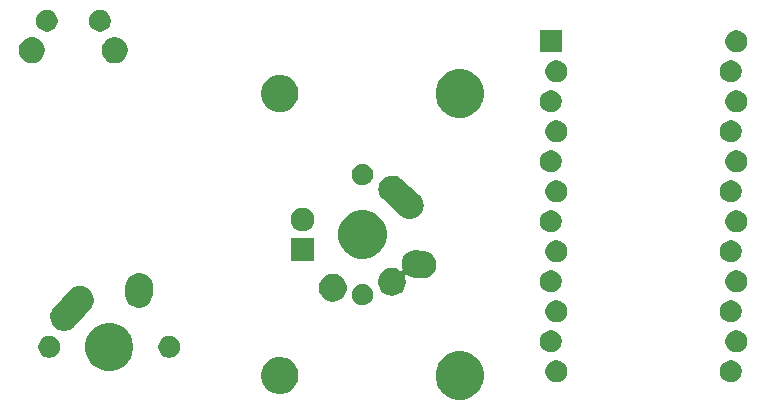
<source format=gbr>
G04 #@! TF.GenerationSoftware,KiCad,Pcbnew,(5.1.4)-1*
G04 #@! TF.CreationDate,2019-12-08T17:57:44-07:00*
G04 #@! TF.ProjectId,BAEmacropad,4241456d-6163-4726-9f70-61642e6b6963,rev?*
G04 #@! TF.SameCoordinates,Original*
G04 #@! TF.FileFunction,Soldermask,Bot*
G04 #@! TF.FilePolarity,Negative*
%FSLAX46Y46*%
G04 Gerber Fmt 4.6, Leading zero omitted, Abs format (unit mm)*
G04 Created by KiCad (PCBNEW (5.1.4)-1) date 2019-12-08 17:57:44*
%MOMM*%
%LPD*%
G04 APERTURE LIST*
%ADD10C,0.100000*%
G04 APERTURE END LIST*
D10*
G36*
X85051474Y-100459184D02*
G01*
X85269474Y-100549483D01*
X85423623Y-100613333D01*
X85758548Y-100837123D01*
X86043377Y-101121952D01*
X86267167Y-101456877D01*
X86326813Y-101600877D01*
X86421316Y-101829026D01*
X86499900Y-102224094D01*
X86499900Y-102626906D01*
X86421316Y-103021974D01*
X86359363Y-103171541D01*
X86267167Y-103394123D01*
X86043377Y-103729048D01*
X85758548Y-104013877D01*
X85423623Y-104237667D01*
X85269474Y-104301517D01*
X85051474Y-104391816D01*
X84656406Y-104470400D01*
X84253594Y-104470400D01*
X83858526Y-104391816D01*
X83640526Y-104301517D01*
X83486377Y-104237667D01*
X83151452Y-104013877D01*
X82866623Y-103729048D01*
X82642833Y-103394123D01*
X82550637Y-103171541D01*
X82488684Y-103021974D01*
X82410100Y-102626906D01*
X82410100Y-102224094D01*
X82488684Y-101829026D01*
X82583187Y-101600877D01*
X82642833Y-101456877D01*
X82866623Y-101121952D01*
X83151452Y-100837123D01*
X83486377Y-100613333D01*
X83640526Y-100549483D01*
X83858526Y-100459184D01*
X84253594Y-100380600D01*
X84656406Y-100380600D01*
X85051474Y-100459184D01*
X85051474Y-100459184D01*
G37*
G36*
X69674411Y-100911026D02*
G01*
X69793137Y-100960204D01*
X69961041Y-101029752D01*
X69961042Y-101029753D01*
X70219004Y-101202117D01*
X70438383Y-101421496D01*
X70462024Y-101456878D01*
X70610748Y-101679459D01*
X70663066Y-101805767D01*
X70729474Y-101966089D01*
X70733219Y-101984918D01*
X70790000Y-102270375D01*
X70790000Y-102580625D01*
X70759737Y-102732767D01*
X70729474Y-102884911D01*
X70695092Y-102967915D01*
X70610748Y-103171541D01*
X70610747Y-103171542D01*
X70438383Y-103429504D01*
X70219004Y-103648883D01*
X70099028Y-103729048D01*
X69961041Y-103821248D01*
X69793137Y-103890796D01*
X69674411Y-103939974D01*
X69370125Y-104000500D01*
X69059875Y-104000500D01*
X68755589Y-103939974D01*
X68636863Y-103890796D01*
X68468959Y-103821248D01*
X68330972Y-103729048D01*
X68210996Y-103648883D01*
X67991617Y-103429504D01*
X67819253Y-103171542D01*
X67819252Y-103171541D01*
X67734908Y-102967915D01*
X67700526Y-102884911D01*
X67640000Y-102580625D01*
X67640000Y-102270375D01*
X67696781Y-101984918D01*
X67700526Y-101966089D01*
X67766934Y-101805767D01*
X67819252Y-101679459D01*
X67967976Y-101456878D01*
X67991617Y-101421496D01*
X68210996Y-101202117D01*
X68468958Y-101029753D01*
X68468959Y-101029752D01*
X68636863Y-100960204D01*
X68755589Y-100911026D01*
X68907733Y-100880763D01*
X69059875Y-100850500D01*
X69370125Y-100850500D01*
X69674411Y-100911026D01*
X69674411Y-100911026D01*
G37*
G36*
X92891583Y-101184585D02*
G01*
X93060340Y-101254486D01*
X93212218Y-101355968D01*
X93341382Y-101485132D01*
X93442864Y-101637010D01*
X93512765Y-101805767D01*
X93548400Y-101984918D01*
X93548400Y-102167582D01*
X93512765Y-102346733D01*
X93442864Y-102515490D01*
X93341382Y-102667368D01*
X93212218Y-102796532D01*
X93060340Y-102898014D01*
X92891583Y-102967915D01*
X92712432Y-103003550D01*
X92529768Y-103003550D01*
X92350617Y-102967915D01*
X92181860Y-102898014D01*
X92029982Y-102796532D01*
X91900818Y-102667368D01*
X91799336Y-102515490D01*
X91729435Y-102346733D01*
X91693800Y-102167582D01*
X91693800Y-101984918D01*
X91729435Y-101805767D01*
X91799336Y-101637010D01*
X91900818Y-101485132D01*
X92029982Y-101355968D01*
X92181860Y-101254486D01*
X92350617Y-101184585D01*
X92529768Y-101148950D01*
X92712432Y-101148950D01*
X92891583Y-101184585D01*
X92891583Y-101184585D01*
G37*
G36*
X107674383Y-101184585D02*
G01*
X107843140Y-101254486D01*
X107995018Y-101355968D01*
X108124182Y-101485132D01*
X108225664Y-101637010D01*
X108295565Y-101805767D01*
X108331200Y-101984918D01*
X108331200Y-102167582D01*
X108295565Y-102346733D01*
X108225664Y-102515490D01*
X108124182Y-102667368D01*
X107995018Y-102796532D01*
X107843140Y-102898014D01*
X107674383Y-102967915D01*
X107495232Y-103003550D01*
X107312568Y-103003550D01*
X107133417Y-102967915D01*
X106964660Y-102898014D01*
X106812782Y-102796532D01*
X106683618Y-102667368D01*
X106582136Y-102515490D01*
X106512235Y-102346733D01*
X106476600Y-102167582D01*
X106476600Y-101984918D01*
X106512235Y-101805767D01*
X106582136Y-101637010D01*
X106683618Y-101485132D01*
X106812782Y-101355968D01*
X106964660Y-101254486D01*
X107133417Y-101184585D01*
X107312568Y-101148950D01*
X107495232Y-101148950D01*
X107674383Y-101184585D01*
X107674383Y-101184585D01*
G37*
G36*
X55365224Y-98046184D02*
G01*
X55583224Y-98136483D01*
X55737373Y-98200333D01*
X56072298Y-98424123D01*
X56357127Y-98708952D01*
X56580917Y-99043877D01*
X56613312Y-99122086D01*
X56735066Y-99416026D01*
X56813650Y-99811094D01*
X56813650Y-100213906D01*
X56735066Y-100608974D01*
X56684201Y-100731772D01*
X56580917Y-100981123D01*
X56357127Y-101316048D01*
X56072298Y-101600877D01*
X55737373Y-101824667D01*
X55583224Y-101888517D01*
X55365224Y-101978816D01*
X54970156Y-102057400D01*
X54567344Y-102057400D01*
X54172276Y-101978816D01*
X53954276Y-101888517D01*
X53800127Y-101824667D01*
X53465202Y-101600877D01*
X53180373Y-101316048D01*
X52956583Y-100981123D01*
X52853299Y-100731772D01*
X52802434Y-100608974D01*
X52723850Y-100213906D01*
X52723850Y-99811094D01*
X52802434Y-99416026D01*
X52924188Y-99122086D01*
X52956583Y-99043877D01*
X53180373Y-98708952D01*
X53465202Y-98424123D01*
X53800127Y-98200333D01*
X53954276Y-98136483D01*
X54172276Y-98046184D01*
X54567344Y-97967600D01*
X54970156Y-97967600D01*
X55365224Y-98046184D01*
X55365224Y-98046184D01*
G37*
G36*
X60118854Y-99122085D02*
G01*
X60287376Y-99191889D01*
X60439041Y-99293228D01*
X60568022Y-99422209D01*
X60669361Y-99573874D01*
X60739165Y-99742396D01*
X60774750Y-99921297D01*
X60774750Y-100103703D01*
X60739165Y-100282604D01*
X60669361Y-100451126D01*
X60568022Y-100602791D01*
X60439041Y-100731772D01*
X60287376Y-100833111D01*
X60118854Y-100902915D01*
X59939953Y-100938500D01*
X59757547Y-100938500D01*
X59578646Y-100902915D01*
X59410124Y-100833111D01*
X59258459Y-100731772D01*
X59129478Y-100602791D01*
X59028139Y-100451126D01*
X58958335Y-100282604D01*
X58922750Y-100103703D01*
X58922750Y-99921297D01*
X58958335Y-99742396D01*
X59028139Y-99573874D01*
X59129478Y-99422209D01*
X59258459Y-99293228D01*
X59410124Y-99191889D01*
X59578646Y-99122085D01*
X59757547Y-99086500D01*
X59939953Y-99086500D01*
X60118854Y-99122085D01*
X60118854Y-99122085D01*
G37*
G36*
X49958854Y-99122085D02*
G01*
X50127376Y-99191889D01*
X50279041Y-99293228D01*
X50408022Y-99422209D01*
X50509361Y-99573874D01*
X50579165Y-99742396D01*
X50614750Y-99921297D01*
X50614750Y-100103703D01*
X50579165Y-100282604D01*
X50509361Y-100451126D01*
X50408022Y-100602791D01*
X50279041Y-100731772D01*
X50127376Y-100833111D01*
X49958854Y-100902915D01*
X49779953Y-100938500D01*
X49597547Y-100938500D01*
X49418646Y-100902915D01*
X49250124Y-100833111D01*
X49098459Y-100731772D01*
X48969478Y-100602791D01*
X48868139Y-100451126D01*
X48798335Y-100282604D01*
X48762750Y-100103703D01*
X48762750Y-99921297D01*
X48798335Y-99742396D01*
X48868139Y-99573874D01*
X48969478Y-99422209D01*
X49098459Y-99293228D01*
X49250124Y-99191889D01*
X49418646Y-99122085D01*
X49597547Y-99086500D01*
X49779953Y-99086500D01*
X49958854Y-99122085D01*
X49958854Y-99122085D01*
G37*
G36*
X108131583Y-98644585D02*
G01*
X108300340Y-98714486D01*
X108452218Y-98815968D01*
X108581382Y-98945132D01*
X108682864Y-99097010D01*
X108752765Y-99265767D01*
X108788400Y-99444918D01*
X108788400Y-99627582D01*
X108752765Y-99806733D01*
X108682864Y-99975490D01*
X108581382Y-100127368D01*
X108452218Y-100256532D01*
X108300340Y-100358014D01*
X108131583Y-100427915D01*
X107952432Y-100463550D01*
X107769768Y-100463550D01*
X107590617Y-100427915D01*
X107421860Y-100358014D01*
X107269982Y-100256532D01*
X107140818Y-100127368D01*
X107039336Y-99975490D01*
X106969435Y-99806733D01*
X106933800Y-99627582D01*
X106933800Y-99444918D01*
X106969435Y-99265767D01*
X107039336Y-99097010D01*
X107140818Y-98945132D01*
X107269982Y-98815968D01*
X107421860Y-98714486D01*
X107590617Y-98644585D01*
X107769768Y-98608950D01*
X107952432Y-98608950D01*
X108131583Y-98644585D01*
X108131583Y-98644585D01*
G37*
G36*
X92434383Y-98644585D02*
G01*
X92603140Y-98714486D01*
X92755018Y-98815968D01*
X92884182Y-98945132D01*
X92985664Y-99097010D01*
X93055565Y-99265767D01*
X93091200Y-99444918D01*
X93091200Y-99627582D01*
X93055565Y-99806733D01*
X92985664Y-99975490D01*
X92884182Y-100127368D01*
X92755018Y-100256532D01*
X92603140Y-100358014D01*
X92434383Y-100427915D01*
X92255232Y-100463550D01*
X92072568Y-100463550D01*
X91893417Y-100427915D01*
X91724660Y-100358014D01*
X91572782Y-100256532D01*
X91443618Y-100127368D01*
X91342136Y-99975490D01*
X91272235Y-99806733D01*
X91236600Y-99627582D01*
X91236600Y-99444918D01*
X91272235Y-99265767D01*
X91342136Y-99097010D01*
X91443618Y-98945132D01*
X91572782Y-98815968D01*
X91724660Y-98714486D01*
X91893417Y-98644585D01*
X92072568Y-98608950D01*
X92255232Y-98608950D01*
X92434383Y-98644585D01*
X92434383Y-98644585D01*
G37*
G36*
X52291955Y-94836381D02*
G01*
X52297395Y-94836500D01*
X52384578Y-94836500D01*
X52400847Y-94839736D01*
X52419706Y-94842015D01*
X52436282Y-94842746D01*
X52520973Y-94863510D01*
X52526268Y-94864684D01*
X52611777Y-94881693D01*
X52627112Y-94888045D01*
X52645151Y-94893955D01*
X52661271Y-94897907D01*
X52740254Y-94934780D01*
X52745244Y-94936977D01*
X52825795Y-94970342D01*
X52839591Y-94979560D01*
X52856143Y-94988882D01*
X52871176Y-94995900D01*
X52941444Y-95047471D01*
X52945942Y-95050622D01*
X53018406Y-95099041D01*
X53030133Y-95110768D01*
X53044559Y-95123148D01*
X53057929Y-95132961D01*
X53057930Y-95132962D01*
X53116771Y-95197233D01*
X53120579Y-95201214D01*
X53182209Y-95262844D01*
X53191424Y-95276635D01*
X53203146Y-95291578D01*
X53214355Y-95303821D01*
X53259549Y-95378374D01*
X53262496Y-95383001D01*
X53274495Y-95400959D01*
X53310908Y-95455455D01*
X53317255Y-95470777D01*
X53325842Y-95487731D01*
X53334441Y-95501917D01*
X53364228Y-95583868D01*
X53366202Y-95588948D01*
X53399557Y-95669473D01*
X53399557Y-95669474D01*
X53402791Y-95685733D01*
X53407908Y-95704042D01*
X53413575Y-95719634D01*
X53426805Y-95805845D01*
X53427751Y-95811213D01*
X53444750Y-95896673D01*
X53444750Y-95913252D01*
X53446194Y-95932192D01*
X53448713Y-95948604D01*
X53444870Y-96035749D01*
X53444750Y-96041189D01*
X53444750Y-96128326D01*
X53441946Y-96142425D01*
X53441516Y-96144583D01*
X53439238Y-96163441D01*
X53438506Y-96180031D01*
X53417738Y-96264737D01*
X53416562Y-96270037D01*
X53399557Y-96355527D01*
X53393207Y-96370857D01*
X53387299Y-96388893D01*
X53383345Y-96405020D01*
X53346461Y-96484026D01*
X53344261Y-96489023D01*
X53310908Y-96569545D01*
X53301694Y-96583335D01*
X53292372Y-96599887D01*
X53285352Y-96614924D01*
X53233761Y-96685220D01*
X53230616Y-96689710D01*
X53182211Y-96762154D01*
X53125210Y-96819155D01*
X53120561Y-96824063D01*
X52723370Y-97266733D01*
X51795473Y-98300876D01*
X51667429Y-98418102D01*
X51568380Y-98478146D01*
X51469333Y-98538189D01*
X51251616Y-98617323D01*
X51022645Y-98652461D01*
X50791220Y-98642254D01*
X50566231Y-98587093D01*
X50461477Y-98538189D01*
X50356329Y-98489102D01*
X50259588Y-98418102D01*
X50169573Y-98352039D01*
X50095144Y-98270741D01*
X50013148Y-98181179D01*
X49931314Y-98046185D01*
X49893061Y-97983083D01*
X49813927Y-97765366D01*
X49778789Y-97536395D01*
X49788996Y-97304970D01*
X49844157Y-97079981D01*
X49895722Y-96969528D01*
X49942148Y-96870080D01*
X49942150Y-96870077D01*
X50044864Y-96730122D01*
X50777810Y-95913252D01*
X51331537Y-95296121D01*
X51342431Y-95282089D01*
X51355289Y-95262846D01*
X51412323Y-95205812D01*
X51416973Y-95200903D01*
X51432028Y-95184124D01*
X51453451Y-95164511D01*
X51457432Y-95160703D01*
X51519096Y-95099039D01*
X51532893Y-95089820D01*
X51547852Y-95078085D01*
X51560071Y-95066898D01*
X51592288Y-95047368D01*
X51634580Y-95021731D01*
X51639171Y-95018808D01*
X51711705Y-94970342D01*
X51727050Y-94963986D01*
X51743998Y-94955401D01*
X51758166Y-94946812D01*
X51758167Y-94946812D01*
X51758168Y-94946811D01*
X51840062Y-94917045D01*
X51845160Y-94915063D01*
X51925723Y-94881693D01*
X51942002Y-94878455D01*
X51960292Y-94873344D01*
X51975885Y-94867677D01*
X52062050Y-94854454D01*
X52067413Y-94853509D01*
X52152923Y-94836500D01*
X52169516Y-94836500D01*
X52188459Y-94835055D01*
X52204856Y-94832539D01*
X52291955Y-94836381D01*
X52291955Y-94836381D01*
G37*
G36*
X107674383Y-96104585D02*
G01*
X107843140Y-96174486D01*
X107995018Y-96275968D01*
X108124182Y-96405132D01*
X108225664Y-96557010D01*
X108295565Y-96725767D01*
X108331200Y-96904918D01*
X108331200Y-97087582D01*
X108295565Y-97266733D01*
X108225664Y-97435490D01*
X108124182Y-97587368D01*
X107995018Y-97716532D01*
X107843140Y-97818014D01*
X107674383Y-97887915D01*
X107495232Y-97923550D01*
X107312568Y-97923550D01*
X107133417Y-97887915D01*
X106964660Y-97818014D01*
X106812782Y-97716532D01*
X106683618Y-97587368D01*
X106582136Y-97435490D01*
X106512235Y-97266733D01*
X106476600Y-97087582D01*
X106476600Y-96904918D01*
X106512235Y-96725767D01*
X106582136Y-96557010D01*
X106683618Y-96405132D01*
X106812782Y-96275968D01*
X106964660Y-96174486D01*
X107133417Y-96104585D01*
X107312568Y-96068950D01*
X107495232Y-96068950D01*
X107674383Y-96104585D01*
X107674383Y-96104585D01*
G37*
G36*
X92891583Y-96104585D02*
G01*
X93060340Y-96174486D01*
X93212218Y-96275968D01*
X93341382Y-96405132D01*
X93442864Y-96557010D01*
X93512765Y-96725767D01*
X93548400Y-96904918D01*
X93548400Y-97087582D01*
X93512765Y-97266733D01*
X93442864Y-97435490D01*
X93341382Y-97587368D01*
X93212218Y-97716532D01*
X93060340Y-97818014D01*
X92891583Y-97887915D01*
X92712432Y-97923550D01*
X92529768Y-97923550D01*
X92350617Y-97887915D01*
X92181860Y-97818014D01*
X92029982Y-97716532D01*
X91900818Y-97587368D01*
X91799336Y-97435490D01*
X91729435Y-97266733D01*
X91693800Y-97087582D01*
X91693800Y-96904918D01*
X91729435Y-96725767D01*
X91799336Y-96557010D01*
X91900818Y-96405132D01*
X92029982Y-96275968D01*
X92181860Y-96174486D01*
X92350617Y-96104585D01*
X92529768Y-96068950D01*
X92712432Y-96068950D01*
X92891583Y-96104585D01*
X92891583Y-96104585D01*
G37*
G36*
X57396877Y-93754761D02*
G01*
X57417650Y-93756500D01*
X57424577Y-93756500D01*
X57519504Y-93775382D01*
X57523098Y-93776042D01*
X57618480Y-93792124D01*
X57624953Y-93794585D01*
X57644978Y-93800341D01*
X57651777Y-93801693D01*
X57714164Y-93827534D01*
X57741193Y-93838730D01*
X57744594Y-93840081D01*
X57835005Y-93874461D01*
X57840877Y-93878140D01*
X57859386Y-93887687D01*
X57865795Y-93890342D01*
X57946313Y-93944142D01*
X57949304Y-93946078D01*
X58031307Y-93997459D01*
X58036334Y-94002200D01*
X58052646Y-94015191D01*
X58058402Y-94019037D01*
X58126860Y-94087495D01*
X58129439Y-94089999D01*
X58199840Y-94156389D01*
X58203845Y-94162019D01*
X58217309Y-94177944D01*
X58222209Y-94182844D01*
X58275994Y-94263339D01*
X58278041Y-94266307D01*
X58334130Y-94345145D01*
X58336964Y-94351458D01*
X58347058Y-94369693D01*
X58350908Y-94375455D01*
X58387970Y-94464930D01*
X58389374Y-94468185D01*
X58429015Y-94556473D01*
X58430565Y-94563225D01*
X58436902Y-94583062D01*
X58439557Y-94589473D01*
X58458442Y-94684417D01*
X58459188Y-94687901D01*
X58480848Y-94782251D01*
X58480848Y-94782254D01*
X58481050Y-94789154D01*
X58483397Y-94809870D01*
X58484750Y-94816674D01*
X58484750Y-94913486D01*
X58484803Y-94917084D01*
X58485938Y-94955777D01*
X58485045Y-94968725D01*
X58484750Y-94977297D01*
X58484750Y-95048326D01*
X58478831Y-95078085D01*
X58478354Y-95080479D01*
X58476250Y-95096250D01*
X58437988Y-95651045D01*
X58409126Y-95822230D01*
X58326788Y-96038755D01*
X58203791Y-96235057D01*
X58044861Y-96403590D01*
X57856105Y-96537880D01*
X57644777Y-96632765D01*
X57418999Y-96684598D01*
X57187448Y-96691389D01*
X57187447Y-96691389D01*
X57141762Y-96683686D01*
X56959020Y-96652876D01*
X56742495Y-96570538D01*
X56546193Y-96447541D01*
X56377660Y-96288611D01*
X56243370Y-96099855D01*
X56148485Y-95888527D01*
X56096652Y-95662749D01*
X56091562Y-95489223D01*
X56132454Y-94896294D01*
X56132750Y-94887696D01*
X56132750Y-94816675D01*
X56142383Y-94768247D01*
X56151638Y-94721719D01*
X56152294Y-94718145D01*
X56155310Y-94700259D01*
X56168374Y-94622770D01*
X56170835Y-94616299D01*
X56176592Y-94596267D01*
X56177943Y-94589474D01*
X56180593Y-94583076D01*
X56215014Y-94499976D01*
X56216303Y-94496730D01*
X56250712Y-94406245D01*
X56254386Y-94400381D01*
X56263937Y-94381865D01*
X56266592Y-94375455D01*
X56320407Y-94294915D01*
X56322327Y-94291949D01*
X56373709Y-94209943D01*
X56378461Y-94204904D01*
X56391439Y-94188607D01*
X56395287Y-94182848D01*
X56463743Y-94114392D01*
X56466296Y-94111762D01*
X56469677Y-94108177D01*
X56532639Y-94041410D01*
X56538271Y-94037403D01*
X56554197Y-94023938D01*
X56559096Y-94019039D01*
X56620762Y-93977836D01*
X56639583Y-93965259D01*
X56642556Y-93963210D01*
X56721395Y-93907120D01*
X56727705Y-93904287D01*
X56745944Y-93894191D01*
X56751701Y-93890344D01*
X56751704Y-93890343D01*
X56751705Y-93890342D01*
X56841179Y-93853281D01*
X56844437Y-93851875D01*
X56932723Y-93812235D01*
X56939475Y-93810685D01*
X56959312Y-93804348D01*
X56965723Y-93801693D01*
X57060649Y-93782811D01*
X57064196Y-93782051D01*
X57158501Y-93760401D01*
X57160880Y-93760331D01*
X57165415Y-93760198D01*
X57186131Y-93757851D01*
X57192924Y-93756500D01*
X57289709Y-93756500D01*
X57293334Y-93756447D01*
X57390052Y-93753610D01*
X57396877Y-93754761D01*
X57396877Y-93754761D01*
G37*
G36*
X76375952Y-94682930D02*
G01*
X76463075Y-94700259D01*
X76572498Y-94745584D01*
X76627211Y-94768247D01*
X76754815Y-94853509D01*
X76774928Y-94866948D01*
X76900552Y-94992572D01*
X76900554Y-94992575D01*
X76999253Y-95140289D01*
X77009286Y-95164511D01*
X77067241Y-95304425D01*
X77081946Y-95378355D01*
X77101900Y-95478669D01*
X77101900Y-95656331D01*
X77092409Y-95704043D01*
X77067241Y-95830575D01*
X77021916Y-95939998D01*
X76999253Y-95994711D01*
X76928998Y-96099855D01*
X76900552Y-96142428D01*
X76774928Y-96268052D01*
X76774925Y-96268054D01*
X76627211Y-96366753D01*
X76573709Y-96388914D01*
X76463075Y-96434741D01*
X76375952Y-96452070D01*
X76288831Y-96469400D01*
X76111169Y-96469400D01*
X76024048Y-96452070D01*
X75936925Y-96434741D01*
X75826291Y-96388914D01*
X75772789Y-96366753D01*
X75625075Y-96268054D01*
X75625072Y-96268052D01*
X75499448Y-96142428D01*
X75471002Y-96099855D01*
X75400747Y-95994711D01*
X75378084Y-95939998D01*
X75332759Y-95830575D01*
X75307591Y-95704043D01*
X75298100Y-95656331D01*
X75298100Y-95478669D01*
X75318054Y-95378355D01*
X75332759Y-95304425D01*
X75390714Y-95164511D01*
X75400747Y-95140289D01*
X75499446Y-94992575D01*
X75499448Y-94992572D01*
X75625072Y-94866948D01*
X75645185Y-94853509D01*
X75772789Y-94768247D01*
X75827502Y-94745584D01*
X75936925Y-94700259D01*
X76024048Y-94682929D01*
X76111169Y-94665600D01*
X76288831Y-94665600D01*
X76375952Y-94682930D01*
X76375952Y-94682930D01*
G37*
G36*
X73891560Y-93826564D02*
G01*
X74043027Y-93856693D01*
X74257045Y-93945342D01*
X74283749Y-93963185D01*
X74449654Y-94074039D01*
X74613461Y-94237846D01*
X74685157Y-94345147D01*
X74742158Y-94430455D01*
X74830807Y-94644473D01*
X74845461Y-94718145D01*
X74876000Y-94871673D01*
X74876000Y-95103327D01*
X74864587Y-95160703D01*
X74830807Y-95330527D01*
X74742158Y-95544545D01*
X74742157Y-95544546D01*
X74613461Y-95737154D01*
X74449654Y-95900961D01*
X74378349Y-95948605D01*
X74257045Y-96029658D01*
X74043027Y-96118307D01*
X73921777Y-96142425D01*
X73815827Y-96163500D01*
X73584173Y-96163500D01*
X73478223Y-96142425D01*
X73356973Y-96118307D01*
X73142955Y-96029658D01*
X73021651Y-95948605D01*
X72950346Y-95900961D01*
X72786539Y-95737154D01*
X72657843Y-95544546D01*
X72657842Y-95544545D01*
X72569193Y-95330527D01*
X72535413Y-95160703D01*
X72524000Y-95103327D01*
X72524000Y-94871673D01*
X72554539Y-94718145D01*
X72569193Y-94644473D01*
X72657842Y-94430455D01*
X72714843Y-94345147D01*
X72786539Y-94237846D01*
X72950346Y-94074039D01*
X73116251Y-93963185D01*
X73142955Y-93945342D01*
X73356973Y-93856693D01*
X73508440Y-93826564D01*
X73584173Y-93811500D01*
X73815827Y-93811500D01*
X73891560Y-93826564D01*
X73891560Y-93826564D01*
G37*
G36*
X81316228Y-91851204D02*
G01*
X81324824Y-91851500D01*
X81395827Y-91851500D01*
X81490693Y-91870370D01*
X81494298Y-91871032D01*
X81589727Y-91887121D01*
X81596204Y-91889584D01*
X81616238Y-91895343D01*
X81623027Y-91896693D01*
X81623030Y-91896694D01*
X81623029Y-91896694D01*
X81712395Y-91933710D01*
X81715799Y-91935062D01*
X81806252Y-91969458D01*
X81812137Y-91973145D01*
X81830646Y-91982692D01*
X81837045Y-91985342D01*
X81917500Y-92039100D01*
X81920529Y-92041060D01*
X82002554Y-92092455D01*
X82007594Y-92097208D01*
X82023896Y-92110191D01*
X82029653Y-92114038D01*
X82098077Y-92182462D01*
X82100675Y-92184984D01*
X82171088Y-92251384D01*
X82175105Y-92257030D01*
X82188564Y-92272949D01*
X82193461Y-92277846D01*
X82208041Y-92299667D01*
X82247235Y-92358326D01*
X82249233Y-92361223D01*
X82305378Y-92440139D01*
X82308221Y-92446471D01*
X82318308Y-92464693D01*
X82322158Y-92470455D01*
X82359211Y-92559909D01*
X82360592Y-92563110D01*
X82400264Y-92651467D01*
X82401816Y-92658229D01*
X82408155Y-92678070D01*
X82410807Y-92684473D01*
X82421457Y-92738014D01*
X82429686Y-92779386D01*
X82430454Y-92782970D01*
X82452098Y-92877245D01*
X82452301Y-92884161D01*
X82454648Y-92904876D01*
X82454912Y-92906202D01*
X82456000Y-92911675D01*
X82456000Y-93008467D01*
X82456053Y-93012092D01*
X82458890Y-93108796D01*
X82457738Y-93115631D01*
X82456000Y-93136395D01*
X82456000Y-93143326D01*
X82437110Y-93238294D01*
X82436468Y-93241786D01*
X82420377Y-93337224D01*
X82420376Y-93337227D01*
X82417919Y-93343689D01*
X82412159Y-93363728D01*
X82410807Y-93370527D01*
X82373746Y-93460000D01*
X82372435Y-93463301D01*
X82338041Y-93553749D01*
X82334365Y-93559617D01*
X82324813Y-93578134D01*
X82322158Y-93584545D01*
X82268332Y-93665102D01*
X82266410Y-93668071D01*
X82215044Y-93750051D01*
X82210299Y-93755083D01*
X82197315Y-93771386D01*
X82193461Y-93777154D01*
X82124960Y-93845655D01*
X82122458Y-93848232D01*
X82056114Y-93918586D01*
X82050480Y-93922594D01*
X82034566Y-93936049D01*
X82029656Y-93940959D01*
X81949118Y-93994773D01*
X81946142Y-93996825D01*
X81867359Y-94052876D01*
X81861045Y-94055711D01*
X81842821Y-94065798D01*
X81837045Y-94069658D01*
X81747503Y-94106748D01*
X81744255Y-94108149D01*
X81656031Y-94147761D01*
X81649303Y-94149306D01*
X81629447Y-94155648D01*
X81623027Y-94158307D01*
X81527999Y-94177209D01*
X81524475Y-94177964D01*
X81460311Y-94192695D01*
X81430254Y-94199596D01*
X81429702Y-94199612D01*
X81423351Y-94199798D01*
X81402637Y-94202145D01*
X81395826Y-94203500D01*
X81298951Y-94203500D01*
X81295351Y-94203553D01*
X81256727Y-94204686D01*
X81243807Y-94203795D01*
X81235236Y-94203500D01*
X81164174Y-94203500D01*
X81132000Y-94197100D01*
X81116236Y-94194997D01*
X80561459Y-94156738D01*
X80390274Y-94127877D01*
X80173749Y-94045540D01*
X79986861Y-93928441D01*
X79964926Y-93917531D01*
X79941278Y-93911109D01*
X79916832Y-93909423D01*
X79892527Y-93912538D01*
X79869297Y-93920336D01*
X79848034Y-93932516D01*
X79829556Y-93948610D01*
X79814573Y-93967999D01*
X79803660Y-93989939D01*
X79797238Y-94013587D01*
X79795552Y-94038033D01*
X79798667Y-94062338D01*
X79805010Y-94082193D01*
X79830807Y-94144473D01*
X79849380Y-94237846D01*
X79876000Y-94371673D01*
X79876000Y-94603327D01*
X79872132Y-94622772D01*
X79830807Y-94830527D01*
X79742158Y-95044545D01*
X79711906Y-95089820D01*
X79613461Y-95237154D01*
X79449654Y-95400961D01*
X79345177Y-95470770D01*
X79257045Y-95529658D01*
X79043027Y-95618307D01*
X78891560Y-95648436D01*
X78815827Y-95663500D01*
X78584173Y-95663500D01*
X78508440Y-95648436D01*
X78356973Y-95618307D01*
X78142955Y-95529658D01*
X78054823Y-95470770D01*
X77950346Y-95400961D01*
X77786539Y-95237154D01*
X77688094Y-95089820D01*
X77657842Y-95044545D01*
X77569193Y-94830527D01*
X77527868Y-94622772D01*
X77524000Y-94603327D01*
X77524000Y-94371673D01*
X77550620Y-94237846D01*
X77569193Y-94144473D01*
X77657842Y-93930455D01*
X77714504Y-93845655D01*
X77786539Y-93737846D01*
X77950346Y-93574039D01*
X78110154Y-93467259D01*
X78142955Y-93445342D01*
X78356973Y-93356693D01*
X78508440Y-93326564D01*
X78584173Y-93311500D01*
X78815827Y-93311500D01*
X78891560Y-93326564D01*
X79043027Y-93356693D01*
X79257045Y-93445342D01*
X79257046Y-93445343D01*
X79408897Y-93546806D01*
X79430507Y-93558357D01*
X79453956Y-93565470D01*
X79478342Y-93567872D01*
X79502728Y-93565470D01*
X79526177Y-93558357D01*
X79547788Y-93546806D01*
X79566730Y-93531260D01*
X79582275Y-93512318D01*
X79593826Y-93490708D01*
X79600939Y-93467259D01*
X79603341Y-93442873D01*
X79600939Y-93418487D01*
X79592379Y-93391686D01*
X79579737Y-93363531D01*
X79527902Y-93137753D01*
X79521110Y-92906202D01*
X79559623Y-92677774D01*
X79641960Y-92461249D01*
X79764957Y-92264947D01*
X79923886Y-92096412D01*
X80112641Y-91962122D01*
X80323969Y-91867237D01*
X80549747Y-91815402D01*
X80723273Y-91810312D01*
X81316228Y-91851204D01*
X81316228Y-91851204D01*
G37*
G36*
X108131583Y-93564585D02*
G01*
X108300340Y-93634486D01*
X108452218Y-93735968D01*
X108581382Y-93865132D01*
X108682864Y-94017010D01*
X108752765Y-94185767D01*
X108788400Y-94364918D01*
X108788400Y-94547582D01*
X108752765Y-94726733D01*
X108682864Y-94895490D01*
X108581382Y-95047368D01*
X108452218Y-95176532D01*
X108300340Y-95278014D01*
X108131583Y-95347915D01*
X107952432Y-95383550D01*
X107769768Y-95383550D01*
X107590617Y-95347915D01*
X107421860Y-95278014D01*
X107269982Y-95176532D01*
X107140818Y-95047368D01*
X107039336Y-94895490D01*
X106969435Y-94726733D01*
X106933800Y-94547582D01*
X106933800Y-94364918D01*
X106969435Y-94185767D01*
X107039336Y-94017010D01*
X107140818Y-93865132D01*
X107269982Y-93735968D01*
X107421860Y-93634486D01*
X107590617Y-93564585D01*
X107769768Y-93528950D01*
X107952432Y-93528950D01*
X108131583Y-93564585D01*
X108131583Y-93564585D01*
G37*
G36*
X92434383Y-93564585D02*
G01*
X92603140Y-93634486D01*
X92755018Y-93735968D01*
X92884182Y-93865132D01*
X92985664Y-94017010D01*
X93055565Y-94185767D01*
X93091200Y-94364918D01*
X93091200Y-94547582D01*
X93055565Y-94726733D01*
X92985664Y-94895490D01*
X92884182Y-95047368D01*
X92755018Y-95176532D01*
X92603140Y-95278014D01*
X92434383Y-95347915D01*
X92255232Y-95383550D01*
X92072568Y-95383550D01*
X91893417Y-95347915D01*
X91724660Y-95278014D01*
X91572782Y-95176532D01*
X91443618Y-95047368D01*
X91342136Y-94895490D01*
X91272235Y-94726733D01*
X91236600Y-94547582D01*
X91236600Y-94364918D01*
X91272235Y-94185767D01*
X91342136Y-94017010D01*
X91443618Y-93865132D01*
X91572782Y-93735968D01*
X91724660Y-93634486D01*
X91893417Y-93564585D01*
X92072568Y-93528950D01*
X92255232Y-93528950D01*
X92434383Y-93564585D01*
X92434383Y-93564585D01*
G37*
G36*
X107674383Y-91024585D02*
G01*
X107843140Y-91094486D01*
X107995018Y-91195968D01*
X108124182Y-91325132D01*
X108225664Y-91477010D01*
X108295565Y-91645767D01*
X108331200Y-91824918D01*
X108331200Y-92007582D01*
X108295565Y-92186733D01*
X108225664Y-92355490D01*
X108124182Y-92507368D01*
X107995018Y-92636532D01*
X107843140Y-92738014D01*
X107674383Y-92807915D01*
X107495232Y-92843550D01*
X107312568Y-92843550D01*
X107133417Y-92807915D01*
X106964660Y-92738014D01*
X106812782Y-92636532D01*
X106683618Y-92507368D01*
X106582136Y-92355490D01*
X106512235Y-92186733D01*
X106476600Y-92007582D01*
X106476600Y-91824918D01*
X106512235Y-91645767D01*
X106582136Y-91477010D01*
X106683618Y-91325132D01*
X106812782Y-91195968D01*
X106964660Y-91094486D01*
X107133417Y-91024585D01*
X107312568Y-90988950D01*
X107495232Y-90988950D01*
X107674383Y-91024585D01*
X107674383Y-91024585D01*
G37*
G36*
X92891583Y-91024585D02*
G01*
X93060340Y-91094486D01*
X93212218Y-91195968D01*
X93341382Y-91325132D01*
X93442864Y-91477010D01*
X93512765Y-91645767D01*
X93548400Y-91824918D01*
X93548400Y-92007582D01*
X93512765Y-92186733D01*
X93442864Y-92355490D01*
X93341382Y-92507368D01*
X93212218Y-92636532D01*
X93060340Y-92738014D01*
X92891583Y-92807915D01*
X92712432Y-92843550D01*
X92529768Y-92843550D01*
X92350617Y-92807915D01*
X92181860Y-92738014D01*
X92029982Y-92636532D01*
X91900818Y-92507368D01*
X91799336Y-92355490D01*
X91729435Y-92186733D01*
X91693800Y-92007582D01*
X91693800Y-91824918D01*
X91729435Y-91645767D01*
X91799336Y-91477010D01*
X91900818Y-91325132D01*
X92029982Y-91195968D01*
X92181860Y-91094486D01*
X92350617Y-91024585D01*
X92529768Y-90988950D01*
X92712432Y-90988950D01*
X92891583Y-91024585D01*
X92891583Y-91024585D01*
G37*
G36*
X72123500Y-92761000D02*
G01*
X70116500Y-92761000D01*
X70116500Y-90754000D01*
X72123500Y-90754000D01*
X72123500Y-92761000D01*
X72123500Y-92761000D01*
G37*
G36*
X76796474Y-88521184D02*
G01*
X77014474Y-88611483D01*
X77168623Y-88675333D01*
X77503548Y-88899123D01*
X77788377Y-89183952D01*
X78012167Y-89518877D01*
X78012167Y-89518878D01*
X78166316Y-89891026D01*
X78244900Y-90286094D01*
X78244900Y-90688906D01*
X78166316Y-91083974D01*
X78161961Y-91094487D01*
X78012167Y-91456123D01*
X77788377Y-91791048D01*
X77503548Y-92075877D01*
X77168623Y-92299667D01*
X77033854Y-92355490D01*
X76796474Y-92453816D01*
X76401406Y-92532400D01*
X75998594Y-92532400D01*
X75603526Y-92453816D01*
X75366146Y-92355490D01*
X75231377Y-92299667D01*
X74896452Y-92075877D01*
X74611623Y-91791048D01*
X74387833Y-91456123D01*
X74238039Y-91094487D01*
X74233684Y-91083974D01*
X74155100Y-90688906D01*
X74155100Y-90286094D01*
X74233684Y-89891026D01*
X74387833Y-89518878D01*
X74387833Y-89518877D01*
X74611623Y-89183952D01*
X74896452Y-88899123D01*
X75231377Y-88675333D01*
X75385526Y-88611483D01*
X75603526Y-88521184D01*
X75998594Y-88442600D01*
X76401406Y-88442600D01*
X76796474Y-88521184D01*
X76796474Y-88521184D01*
G37*
G36*
X108131583Y-88484585D02*
G01*
X108300340Y-88554486D01*
X108452218Y-88655968D01*
X108581382Y-88785132D01*
X108682864Y-88937010D01*
X108752765Y-89105767D01*
X108788400Y-89284918D01*
X108788400Y-89467582D01*
X108752765Y-89646733D01*
X108682864Y-89815490D01*
X108581382Y-89967368D01*
X108452218Y-90096532D01*
X108300340Y-90198014D01*
X108131583Y-90267915D01*
X107952432Y-90303550D01*
X107769768Y-90303550D01*
X107590617Y-90267915D01*
X107421860Y-90198014D01*
X107269982Y-90096532D01*
X107140818Y-89967368D01*
X107039336Y-89815490D01*
X106969435Y-89646733D01*
X106933800Y-89467582D01*
X106933800Y-89284918D01*
X106969435Y-89105767D01*
X107039336Y-88937010D01*
X107140818Y-88785132D01*
X107269982Y-88655968D01*
X107421860Y-88554486D01*
X107590617Y-88484585D01*
X107769768Y-88448950D01*
X107952432Y-88448950D01*
X108131583Y-88484585D01*
X108131583Y-88484585D01*
G37*
G36*
X92434383Y-88484585D02*
G01*
X92603140Y-88554486D01*
X92755018Y-88655968D01*
X92884182Y-88785132D01*
X92985664Y-88937010D01*
X93055565Y-89105767D01*
X93091200Y-89284918D01*
X93091200Y-89467582D01*
X93055565Y-89646733D01*
X92985664Y-89815490D01*
X92884182Y-89967368D01*
X92755018Y-90096532D01*
X92603140Y-90198014D01*
X92434383Y-90267915D01*
X92255232Y-90303550D01*
X92072568Y-90303550D01*
X91893417Y-90267915D01*
X91724660Y-90198014D01*
X91572782Y-90096532D01*
X91443618Y-89967368D01*
X91342136Y-89815490D01*
X91272235Y-89646733D01*
X91236600Y-89467582D01*
X91236600Y-89284918D01*
X91272235Y-89105767D01*
X91342136Y-88937010D01*
X91443618Y-88785132D01*
X91572782Y-88655968D01*
X91724660Y-88554486D01*
X91893417Y-88484585D01*
X92072568Y-88448950D01*
X92255232Y-88448950D01*
X92434383Y-88484585D01*
X92434383Y-88484585D01*
G37*
G36*
X71246425Y-88219488D02*
G01*
X71412710Y-88252563D01*
X71595336Y-88328209D01*
X71759694Y-88438030D01*
X71899470Y-88577806D01*
X72009291Y-88742164D01*
X72084937Y-88924790D01*
X72123500Y-89118664D01*
X72123500Y-89316336D01*
X72084937Y-89510210D01*
X72009291Y-89692836D01*
X71899470Y-89857194D01*
X71759694Y-89996970D01*
X71595336Y-90106791D01*
X71412710Y-90182437D01*
X71246425Y-90215512D01*
X71218837Y-90221000D01*
X71021163Y-90221000D01*
X70993575Y-90215512D01*
X70827290Y-90182437D01*
X70644664Y-90106791D01*
X70480306Y-89996970D01*
X70340530Y-89857194D01*
X70230709Y-89692836D01*
X70155063Y-89510210D01*
X70116500Y-89316336D01*
X70116500Y-89118664D01*
X70155063Y-88924790D01*
X70230709Y-88742164D01*
X70340530Y-88577806D01*
X70480306Y-88438030D01*
X70644664Y-88328209D01*
X70827290Y-88252563D01*
X70993575Y-88219488D01*
X71021163Y-88214000D01*
X71218837Y-88214000D01*
X71246425Y-88219488D01*
X71246425Y-88219488D01*
G37*
G36*
X78907521Y-85507745D02*
G01*
X79132511Y-85562904D01*
X79342416Y-85660896D01*
X79482371Y-85763609D01*
X79482377Y-85763614D01*
X79482382Y-85763618D01*
X80916456Y-87050338D01*
X80930488Y-87061233D01*
X80949655Y-87074040D01*
X81006506Y-87130891D01*
X81011416Y-87135541D01*
X81028368Y-87150751D01*
X81028373Y-87150757D01*
X81028378Y-87150761D01*
X81048224Y-87172438D01*
X81052008Y-87176393D01*
X81113461Y-87237846D01*
X81122627Y-87251564D01*
X81134365Y-87266527D01*
X81145604Y-87278803D01*
X81190916Y-87353548D01*
X81193874Y-87358193D01*
X81242158Y-87430455D01*
X81248480Y-87445718D01*
X81257056Y-87462648D01*
X81265694Y-87476898D01*
X81295563Y-87559075D01*
X81297527Y-87564128D01*
X81330807Y-87644473D01*
X81330807Y-87644475D01*
X81334027Y-87660663D01*
X81339140Y-87678964D01*
X81344829Y-87694614D01*
X81355408Y-87763550D01*
X81358080Y-87780960D01*
X81359035Y-87786385D01*
X81376000Y-87871673D01*
X81376000Y-87888194D01*
X81377445Y-87907148D01*
X81379968Y-87923585D01*
X81376120Y-88010846D01*
X81376000Y-88016314D01*
X81376000Y-88103327D01*
X81372774Y-88119545D01*
X81370495Y-88138405D01*
X81369763Y-88155012D01*
X81348976Y-88239799D01*
X81347793Y-88245133D01*
X81330807Y-88330527D01*
X81324471Y-88345825D01*
X81318556Y-88363880D01*
X81315810Y-88375084D01*
X81314604Y-88380002D01*
X81277709Y-88459034D01*
X81275499Y-88464053D01*
X81242158Y-88544545D01*
X81242156Y-88544548D01*
X81232957Y-88558315D01*
X81223626Y-88574883D01*
X81216612Y-88589907D01*
X81165049Y-88660166D01*
X81161888Y-88664677D01*
X81113459Y-88737156D01*
X81101731Y-88748884D01*
X81089351Y-88763310D01*
X81079553Y-88776661D01*
X81015297Y-88835489D01*
X81011346Y-88839269D01*
X80949654Y-88900961D01*
X80935854Y-88910182D01*
X80920894Y-88921917D01*
X80908691Y-88933089D01*
X80834269Y-88978205D01*
X80829623Y-88981163D01*
X80757045Y-89029658D01*
X80741693Y-89036017D01*
X80724740Y-89044604D01*
X80710599Y-89053176D01*
X80628796Y-89082910D01*
X80623754Y-89084869D01*
X80543027Y-89118307D01*
X80526714Y-89121552D01*
X80508418Y-89126664D01*
X80492883Y-89132311D01*
X80406881Y-89145509D01*
X80401547Y-89146449D01*
X80315826Y-89163500D01*
X80299186Y-89163500D01*
X80280224Y-89164947D01*
X80263916Y-89167450D01*
X80263912Y-89167450D01*
X80177059Y-89163620D01*
X80171592Y-89163500D01*
X80084174Y-89163500D01*
X80067839Y-89160251D01*
X80048980Y-89157972D01*
X80032486Y-89157245D01*
X79948087Y-89136553D01*
X79942740Y-89135367D01*
X79856973Y-89118307D01*
X79841576Y-89111929D01*
X79823513Y-89106013D01*
X79807498Y-89102087D01*
X79728787Y-89065342D01*
X79723767Y-89063131D01*
X79642955Y-89029658D01*
X79629100Y-89020400D01*
X79612534Y-89011070D01*
X79597587Y-89004092D01*
X79527579Y-88952713D01*
X79523068Y-88949552D01*
X79450345Y-88900960D01*
X79393157Y-88843772D01*
X79388247Y-88839122D01*
X77911640Y-87514238D01*
X77911630Y-87514229D01*
X77794403Y-87386185D01*
X77674314Y-87188091D01*
X77595180Y-86970375D01*
X77577733Y-86856693D01*
X77560040Y-86741408D01*
X77560040Y-86741404D01*
X77570245Y-86509979D01*
X77625404Y-86284989D01*
X77723396Y-86075084D01*
X77860455Y-85888330D01*
X78031315Y-85731903D01*
X78229409Y-85611814D01*
X78447125Y-85532680D01*
X78492919Y-85525652D01*
X78676092Y-85497540D01*
X78676096Y-85497540D01*
X78907521Y-85507745D01*
X78907521Y-85507745D01*
G37*
G36*
X92891583Y-85944585D02*
G01*
X93060340Y-86014486D01*
X93212218Y-86115968D01*
X93341382Y-86245132D01*
X93442864Y-86397010D01*
X93512765Y-86565767D01*
X93548400Y-86744918D01*
X93548400Y-86927582D01*
X93512765Y-87106733D01*
X93442864Y-87275490D01*
X93341382Y-87427368D01*
X93212218Y-87556532D01*
X93060340Y-87658014D01*
X92891583Y-87727915D01*
X92712432Y-87763550D01*
X92529768Y-87763550D01*
X92350617Y-87727915D01*
X92181860Y-87658014D01*
X92029982Y-87556532D01*
X91900818Y-87427368D01*
X91799336Y-87275490D01*
X91729435Y-87106733D01*
X91693800Y-86927582D01*
X91693800Y-86744918D01*
X91729435Y-86565767D01*
X91799336Y-86397010D01*
X91900818Y-86245132D01*
X92029982Y-86115968D01*
X92181860Y-86014486D01*
X92350617Y-85944585D01*
X92529768Y-85908950D01*
X92712432Y-85908950D01*
X92891583Y-85944585D01*
X92891583Y-85944585D01*
G37*
G36*
X107674383Y-85944585D02*
G01*
X107843140Y-86014486D01*
X107995018Y-86115968D01*
X108124182Y-86245132D01*
X108225664Y-86397010D01*
X108295565Y-86565767D01*
X108331200Y-86744918D01*
X108331200Y-86927582D01*
X108295565Y-87106733D01*
X108225664Y-87275490D01*
X108124182Y-87427368D01*
X107995018Y-87556532D01*
X107843140Y-87658014D01*
X107674383Y-87727915D01*
X107495232Y-87763550D01*
X107312568Y-87763550D01*
X107133417Y-87727915D01*
X106964660Y-87658014D01*
X106812782Y-87556532D01*
X106683618Y-87427368D01*
X106582136Y-87275490D01*
X106512235Y-87106733D01*
X106476600Y-86927582D01*
X106476600Y-86744918D01*
X106512235Y-86565767D01*
X106582136Y-86397010D01*
X106683618Y-86245132D01*
X106812782Y-86115968D01*
X106964660Y-86014486D01*
X107133417Y-85944585D01*
X107312568Y-85908950D01*
X107495232Y-85908950D01*
X107674383Y-85944585D01*
X107674383Y-85944585D01*
G37*
G36*
X76375952Y-84522930D02*
G01*
X76463075Y-84540259D01*
X76572498Y-84585584D01*
X76627211Y-84608247D01*
X76773933Y-84706283D01*
X76774928Y-84706948D01*
X76900552Y-84832572D01*
X76900554Y-84832575D01*
X76999253Y-84980289D01*
X76999253Y-84980290D01*
X77067241Y-85144425D01*
X77082980Y-85223550D01*
X77101900Y-85318669D01*
X77101900Y-85496331D01*
X77088658Y-85562904D01*
X77067241Y-85670575D01*
X77028704Y-85763609D01*
X76999253Y-85834711D01*
X76963426Y-85888330D01*
X76900552Y-85982428D01*
X76774928Y-86108052D01*
X76774925Y-86108054D01*
X76627211Y-86206753D01*
X76572498Y-86229416D01*
X76463075Y-86274741D01*
X76375952Y-86292071D01*
X76288831Y-86309400D01*
X76111169Y-86309400D01*
X76024048Y-86292071D01*
X75936925Y-86274741D01*
X75827502Y-86229416D01*
X75772789Y-86206753D01*
X75625075Y-86108054D01*
X75625072Y-86108052D01*
X75499448Y-85982428D01*
X75436574Y-85888330D01*
X75400747Y-85834711D01*
X75371296Y-85763609D01*
X75332759Y-85670575D01*
X75311342Y-85562904D01*
X75298100Y-85496331D01*
X75298100Y-85318669D01*
X75317020Y-85223550D01*
X75332759Y-85144425D01*
X75400747Y-84980290D01*
X75400747Y-84980289D01*
X75499446Y-84832575D01*
X75499448Y-84832572D01*
X75625072Y-84706948D01*
X75626067Y-84706283D01*
X75772789Y-84608247D01*
X75827502Y-84585584D01*
X75936925Y-84540259D01*
X76024048Y-84522930D01*
X76111169Y-84505600D01*
X76288831Y-84505600D01*
X76375952Y-84522930D01*
X76375952Y-84522930D01*
G37*
G36*
X108131583Y-83404585D02*
G01*
X108300340Y-83474486D01*
X108452218Y-83575968D01*
X108581382Y-83705132D01*
X108682864Y-83857010D01*
X108752765Y-84025767D01*
X108788400Y-84204918D01*
X108788400Y-84387582D01*
X108752765Y-84566733D01*
X108682864Y-84735490D01*
X108581382Y-84887368D01*
X108452218Y-85016532D01*
X108300340Y-85118014D01*
X108131583Y-85187915D01*
X107952432Y-85223550D01*
X107769768Y-85223550D01*
X107590617Y-85187915D01*
X107421860Y-85118014D01*
X107269982Y-85016532D01*
X107140818Y-84887368D01*
X107039336Y-84735490D01*
X106969435Y-84566733D01*
X106933800Y-84387582D01*
X106933800Y-84204918D01*
X106969435Y-84025767D01*
X107039336Y-83857010D01*
X107140818Y-83705132D01*
X107269982Y-83575968D01*
X107421860Y-83474486D01*
X107590617Y-83404585D01*
X107769768Y-83368950D01*
X107952432Y-83368950D01*
X108131583Y-83404585D01*
X108131583Y-83404585D01*
G37*
G36*
X92434383Y-83404585D02*
G01*
X92603140Y-83474486D01*
X92755018Y-83575968D01*
X92884182Y-83705132D01*
X92985664Y-83857010D01*
X93055565Y-84025767D01*
X93091200Y-84204918D01*
X93091200Y-84387582D01*
X93055565Y-84566733D01*
X92985664Y-84735490D01*
X92884182Y-84887368D01*
X92755018Y-85016532D01*
X92603140Y-85118014D01*
X92434383Y-85187915D01*
X92255232Y-85223550D01*
X92072568Y-85223550D01*
X91893417Y-85187915D01*
X91724660Y-85118014D01*
X91572782Y-85016532D01*
X91443618Y-84887368D01*
X91342136Y-84735490D01*
X91272235Y-84566733D01*
X91236600Y-84387582D01*
X91236600Y-84204918D01*
X91272235Y-84025767D01*
X91342136Y-83857010D01*
X91443618Y-83705132D01*
X91572782Y-83575968D01*
X91724660Y-83474486D01*
X91893417Y-83404585D01*
X92072568Y-83368950D01*
X92255232Y-83368950D01*
X92434383Y-83404585D01*
X92434383Y-83404585D01*
G37*
G36*
X92891583Y-80864585D02*
G01*
X93060340Y-80934486D01*
X93212218Y-81035968D01*
X93341382Y-81165132D01*
X93442864Y-81317010D01*
X93512765Y-81485767D01*
X93548400Y-81664918D01*
X93548400Y-81847582D01*
X93512765Y-82026733D01*
X93442864Y-82195490D01*
X93341382Y-82347368D01*
X93212218Y-82476532D01*
X93060340Y-82578014D01*
X92891583Y-82647915D01*
X92712432Y-82683550D01*
X92529768Y-82683550D01*
X92350617Y-82647915D01*
X92181860Y-82578014D01*
X92029982Y-82476532D01*
X91900818Y-82347368D01*
X91799336Y-82195490D01*
X91729435Y-82026733D01*
X91693800Y-81847582D01*
X91693800Y-81664918D01*
X91729435Y-81485767D01*
X91799336Y-81317010D01*
X91900818Y-81165132D01*
X92029982Y-81035968D01*
X92181860Y-80934486D01*
X92350617Y-80864585D01*
X92529768Y-80828950D01*
X92712432Y-80828950D01*
X92891583Y-80864585D01*
X92891583Y-80864585D01*
G37*
G36*
X107674383Y-80864585D02*
G01*
X107843140Y-80934486D01*
X107995018Y-81035968D01*
X108124182Y-81165132D01*
X108225664Y-81317010D01*
X108295565Y-81485767D01*
X108331200Y-81664918D01*
X108331200Y-81847582D01*
X108295565Y-82026733D01*
X108225664Y-82195490D01*
X108124182Y-82347368D01*
X107995018Y-82476532D01*
X107843140Y-82578014D01*
X107674383Y-82647915D01*
X107495232Y-82683550D01*
X107312568Y-82683550D01*
X107133417Y-82647915D01*
X106964660Y-82578014D01*
X106812782Y-82476532D01*
X106683618Y-82347368D01*
X106582136Y-82195490D01*
X106512235Y-82026733D01*
X106476600Y-81847582D01*
X106476600Y-81664918D01*
X106512235Y-81485767D01*
X106582136Y-81317010D01*
X106683618Y-81165132D01*
X106812782Y-81035968D01*
X106964660Y-80934486D01*
X107133417Y-80864585D01*
X107312568Y-80828950D01*
X107495232Y-80828950D01*
X107674383Y-80864585D01*
X107674383Y-80864585D01*
G37*
G36*
X85051474Y-76583184D02*
G01*
X85269474Y-76673483D01*
X85423623Y-76737333D01*
X85758548Y-76961123D01*
X86043377Y-77245952D01*
X86267167Y-77580877D01*
X86267167Y-77580878D01*
X86421316Y-77953026D01*
X86499900Y-78348094D01*
X86499900Y-78750906D01*
X86421316Y-79145974D01*
X86359363Y-79295541D01*
X86267167Y-79518123D01*
X86043377Y-79853048D01*
X85758548Y-80137877D01*
X85423623Y-80361667D01*
X85269474Y-80425517D01*
X85051474Y-80515816D01*
X84656406Y-80594400D01*
X84253594Y-80594400D01*
X83858526Y-80515816D01*
X83640526Y-80425517D01*
X83486377Y-80361667D01*
X83151452Y-80137877D01*
X82866623Y-79853048D01*
X82642833Y-79518123D01*
X82550637Y-79295541D01*
X82488684Y-79145974D01*
X82410100Y-78750906D01*
X82410100Y-78348094D01*
X82488684Y-77953026D01*
X82642833Y-77580878D01*
X82642833Y-77580877D01*
X82866623Y-77245952D01*
X83151452Y-76961123D01*
X83486377Y-76737333D01*
X83640526Y-76673483D01*
X83858526Y-76583184D01*
X84253594Y-76504600D01*
X84656406Y-76504600D01*
X85051474Y-76583184D01*
X85051474Y-76583184D01*
G37*
G36*
X92434383Y-78324585D02*
G01*
X92603140Y-78394486D01*
X92755018Y-78495968D01*
X92884182Y-78625132D01*
X92985664Y-78777010D01*
X93055565Y-78945767D01*
X93091200Y-79124918D01*
X93091200Y-79307582D01*
X93055565Y-79486733D01*
X92985664Y-79655490D01*
X92884182Y-79807368D01*
X92755018Y-79936532D01*
X92603140Y-80038014D01*
X92434383Y-80107915D01*
X92255232Y-80143550D01*
X92072568Y-80143550D01*
X91893417Y-80107915D01*
X91724660Y-80038014D01*
X91572782Y-79936532D01*
X91443618Y-79807368D01*
X91342136Y-79655490D01*
X91272235Y-79486733D01*
X91236600Y-79307582D01*
X91236600Y-79124918D01*
X91272235Y-78945767D01*
X91342136Y-78777010D01*
X91443618Y-78625132D01*
X91572782Y-78495968D01*
X91724660Y-78394486D01*
X91893417Y-78324585D01*
X92072568Y-78288950D01*
X92255232Y-78288950D01*
X92434383Y-78324585D01*
X92434383Y-78324585D01*
G37*
G36*
X108131583Y-78324585D02*
G01*
X108300340Y-78394486D01*
X108452218Y-78495968D01*
X108581382Y-78625132D01*
X108682864Y-78777010D01*
X108752765Y-78945767D01*
X108788400Y-79124918D01*
X108788400Y-79307582D01*
X108752765Y-79486733D01*
X108682864Y-79655490D01*
X108581382Y-79807368D01*
X108452218Y-79936532D01*
X108300340Y-80038014D01*
X108131583Y-80107915D01*
X107952432Y-80143550D01*
X107769768Y-80143550D01*
X107590617Y-80107915D01*
X107421860Y-80038014D01*
X107269982Y-79936532D01*
X107140818Y-79807368D01*
X107039336Y-79655490D01*
X106969435Y-79486733D01*
X106933800Y-79307582D01*
X106933800Y-79124918D01*
X106969435Y-78945767D01*
X107039336Y-78777010D01*
X107140818Y-78625132D01*
X107269982Y-78495968D01*
X107421860Y-78394486D01*
X107590617Y-78324585D01*
X107769768Y-78288950D01*
X107952432Y-78288950D01*
X108131583Y-78324585D01*
X108131583Y-78324585D01*
G37*
G36*
X69522267Y-77004763D02*
G01*
X69674411Y-77035026D01*
X69793137Y-77084204D01*
X69961041Y-77153752D01*
X69961042Y-77153753D01*
X70219004Y-77326117D01*
X70438383Y-77545496D01*
X70462024Y-77580878D01*
X70610748Y-77803459D01*
X70729474Y-78090090D01*
X70790000Y-78394375D01*
X70790000Y-78704625D01*
X70729474Y-79008910D01*
X70610748Y-79295541D01*
X70610747Y-79295542D01*
X70438383Y-79553504D01*
X70219004Y-79772883D01*
X70099028Y-79853048D01*
X69961041Y-79945248D01*
X69793137Y-80014796D01*
X69674411Y-80063974D01*
X69522267Y-80094237D01*
X69370125Y-80124500D01*
X69059875Y-80124500D01*
X68907733Y-80094237D01*
X68755589Y-80063974D01*
X68636863Y-80014796D01*
X68468959Y-79945248D01*
X68330972Y-79853048D01*
X68210996Y-79772883D01*
X67991617Y-79553504D01*
X67819253Y-79295542D01*
X67819252Y-79295541D01*
X67700526Y-79008910D01*
X67640000Y-78704625D01*
X67640000Y-78394375D01*
X67700526Y-78090090D01*
X67819252Y-77803459D01*
X67967976Y-77580878D01*
X67991617Y-77545496D01*
X68210996Y-77326117D01*
X68468958Y-77153753D01*
X68468959Y-77153752D01*
X68636863Y-77084204D01*
X68755589Y-77035026D01*
X68907733Y-77004763D01*
X69059875Y-76974500D01*
X69370125Y-76974500D01*
X69522267Y-77004763D01*
X69522267Y-77004763D01*
G37*
G36*
X107674383Y-75784585D02*
G01*
X107843140Y-75854486D01*
X107995018Y-75955968D01*
X108124182Y-76085132D01*
X108225664Y-76237010D01*
X108295565Y-76405767D01*
X108331200Y-76584918D01*
X108331200Y-76767582D01*
X108295565Y-76946733D01*
X108225664Y-77115490D01*
X108124182Y-77267368D01*
X107995018Y-77396532D01*
X107843140Y-77498014D01*
X107674383Y-77567915D01*
X107495232Y-77603550D01*
X107312568Y-77603550D01*
X107133417Y-77567915D01*
X106964660Y-77498014D01*
X106812782Y-77396532D01*
X106683618Y-77267368D01*
X106582136Y-77115490D01*
X106512235Y-76946733D01*
X106476600Y-76767582D01*
X106476600Y-76584918D01*
X106512235Y-76405767D01*
X106582136Y-76237010D01*
X106683618Y-76085132D01*
X106812782Y-75955968D01*
X106964660Y-75854486D01*
X107133417Y-75784585D01*
X107312568Y-75748950D01*
X107495232Y-75748950D01*
X107674383Y-75784585D01*
X107674383Y-75784585D01*
G37*
G36*
X92891583Y-75784585D02*
G01*
X93060340Y-75854486D01*
X93212218Y-75955968D01*
X93341382Y-76085132D01*
X93442864Y-76237010D01*
X93512765Y-76405767D01*
X93548400Y-76584918D01*
X93548400Y-76767582D01*
X93512765Y-76946733D01*
X93442864Y-77115490D01*
X93341382Y-77267368D01*
X93212218Y-77396532D01*
X93060340Y-77498014D01*
X92891583Y-77567915D01*
X92712432Y-77603550D01*
X92529768Y-77603550D01*
X92350617Y-77567915D01*
X92181860Y-77498014D01*
X92029982Y-77396532D01*
X91900818Y-77267368D01*
X91799336Y-77115490D01*
X91729435Y-76946733D01*
X91693800Y-76767582D01*
X91693800Y-76584918D01*
X91729435Y-76405767D01*
X91799336Y-76237010D01*
X91900818Y-76085132D01*
X92029982Y-75955968D01*
X92181860Y-75854486D01*
X92350617Y-75784585D01*
X92529768Y-75748950D01*
X92712432Y-75748950D01*
X92891583Y-75784585D01*
X92891583Y-75784585D01*
G37*
G36*
X55439795Y-73800156D02*
G01*
X55546150Y-73821311D01*
X55646334Y-73862809D01*
X55746520Y-73904307D01*
X55926844Y-74024795D01*
X56080205Y-74178156D01*
X56200693Y-74358480D01*
X56283689Y-74558851D01*
X56326000Y-74771560D01*
X56326000Y-74988440D01*
X56283689Y-75201149D01*
X56200693Y-75401520D01*
X56080205Y-75581844D01*
X55926844Y-75735205D01*
X55746520Y-75855693D01*
X55546150Y-75938689D01*
X55459283Y-75955968D01*
X55333440Y-75981000D01*
X55116560Y-75981000D01*
X54990717Y-75955968D01*
X54903850Y-75938689D01*
X54703480Y-75855693D01*
X54523156Y-75735205D01*
X54369795Y-75581844D01*
X54249307Y-75401520D01*
X54166311Y-75201149D01*
X54124000Y-74988440D01*
X54124000Y-74771560D01*
X54166311Y-74558851D01*
X54249307Y-74358480D01*
X54369795Y-74178156D01*
X54523156Y-74024795D01*
X54703480Y-73904307D01*
X54803666Y-73862809D01*
X54903850Y-73821311D01*
X55010205Y-73800156D01*
X55116560Y-73779000D01*
X55333440Y-73779000D01*
X55439795Y-73800156D01*
X55439795Y-73800156D01*
G37*
G36*
X48429795Y-73800156D02*
G01*
X48536150Y-73821311D01*
X48636334Y-73862809D01*
X48736520Y-73904307D01*
X48916844Y-74024795D01*
X49070205Y-74178156D01*
X49190693Y-74358480D01*
X49273689Y-74558851D01*
X49316000Y-74771560D01*
X49316000Y-74988440D01*
X49273689Y-75201149D01*
X49190693Y-75401520D01*
X49070205Y-75581844D01*
X48916844Y-75735205D01*
X48736520Y-75855693D01*
X48536150Y-75938689D01*
X48449283Y-75955968D01*
X48323440Y-75981000D01*
X48106560Y-75981000D01*
X47980717Y-75955968D01*
X47893850Y-75938689D01*
X47693480Y-75855693D01*
X47513156Y-75735205D01*
X47359795Y-75581844D01*
X47239307Y-75401520D01*
X47156311Y-75201149D01*
X47114000Y-74988440D01*
X47114000Y-74771560D01*
X47156311Y-74558851D01*
X47239307Y-74358480D01*
X47359795Y-74178156D01*
X47513156Y-74024795D01*
X47693480Y-73904307D01*
X47793666Y-73862809D01*
X47893850Y-73821311D01*
X48000205Y-73800156D01*
X48106560Y-73779000D01*
X48323440Y-73779000D01*
X48429795Y-73800156D01*
X48429795Y-73800156D01*
G37*
G36*
X93091200Y-75063550D02*
G01*
X91236600Y-75063550D01*
X91236600Y-73208950D01*
X93091200Y-73208950D01*
X93091200Y-75063550D01*
X93091200Y-75063550D01*
G37*
G36*
X108131583Y-73244585D02*
G01*
X108300340Y-73314486D01*
X108452218Y-73415968D01*
X108581382Y-73545132D01*
X108682864Y-73697010D01*
X108752765Y-73865767D01*
X108788400Y-74044918D01*
X108788400Y-74227582D01*
X108752765Y-74406733D01*
X108682864Y-74575490D01*
X108581382Y-74727368D01*
X108452218Y-74856532D01*
X108300340Y-74958014D01*
X108131583Y-75027915D01*
X107952432Y-75063550D01*
X107769768Y-75063550D01*
X107590617Y-75027915D01*
X107421860Y-74958014D01*
X107269982Y-74856532D01*
X107140818Y-74727368D01*
X107039336Y-74575490D01*
X106969435Y-74406733D01*
X106933800Y-74227582D01*
X106933800Y-74044918D01*
X106969435Y-73865767D01*
X107039336Y-73697010D01*
X107140818Y-73545132D01*
X107269982Y-73415968D01*
X107421860Y-73314486D01*
X107590617Y-73244585D01*
X107769768Y-73208950D01*
X107952432Y-73208950D01*
X108131583Y-73244585D01*
X108131583Y-73244585D01*
G37*
G36*
X49745104Y-71499585D02*
G01*
X49913626Y-71569389D01*
X50065291Y-71670728D01*
X50194272Y-71799709D01*
X50295611Y-71951374D01*
X50365415Y-72119896D01*
X50401000Y-72298797D01*
X50401000Y-72481203D01*
X50365415Y-72660104D01*
X50295611Y-72828626D01*
X50194272Y-72980291D01*
X50065291Y-73109272D01*
X49913626Y-73210611D01*
X49745104Y-73280415D01*
X49566203Y-73316000D01*
X49383797Y-73316000D01*
X49204896Y-73280415D01*
X49036374Y-73210611D01*
X48884709Y-73109272D01*
X48755728Y-72980291D01*
X48654389Y-72828626D01*
X48584585Y-72660104D01*
X48549000Y-72481203D01*
X48549000Y-72298797D01*
X48584585Y-72119896D01*
X48654389Y-71951374D01*
X48755728Y-71799709D01*
X48884709Y-71670728D01*
X49036374Y-71569389D01*
X49204896Y-71499585D01*
X49383797Y-71464000D01*
X49566203Y-71464000D01*
X49745104Y-71499585D01*
X49745104Y-71499585D01*
G37*
G36*
X54245104Y-71499585D02*
G01*
X54413626Y-71569389D01*
X54565291Y-71670728D01*
X54694272Y-71799709D01*
X54795611Y-71951374D01*
X54865415Y-72119896D01*
X54901000Y-72298797D01*
X54901000Y-72481203D01*
X54865415Y-72660104D01*
X54795611Y-72828626D01*
X54694272Y-72980291D01*
X54565291Y-73109272D01*
X54413626Y-73210611D01*
X54245104Y-73280415D01*
X54066203Y-73316000D01*
X53883797Y-73316000D01*
X53704896Y-73280415D01*
X53536374Y-73210611D01*
X53384709Y-73109272D01*
X53255728Y-72980291D01*
X53154389Y-72828626D01*
X53084585Y-72660104D01*
X53049000Y-72481203D01*
X53049000Y-72298797D01*
X53084585Y-72119896D01*
X53154389Y-71951374D01*
X53255728Y-71799709D01*
X53384709Y-71670728D01*
X53536374Y-71569389D01*
X53704896Y-71499585D01*
X53883797Y-71464000D01*
X54066203Y-71464000D01*
X54245104Y-71499585D01*
X54245104Y-71499585D01*
G37*
M02*

</source>
